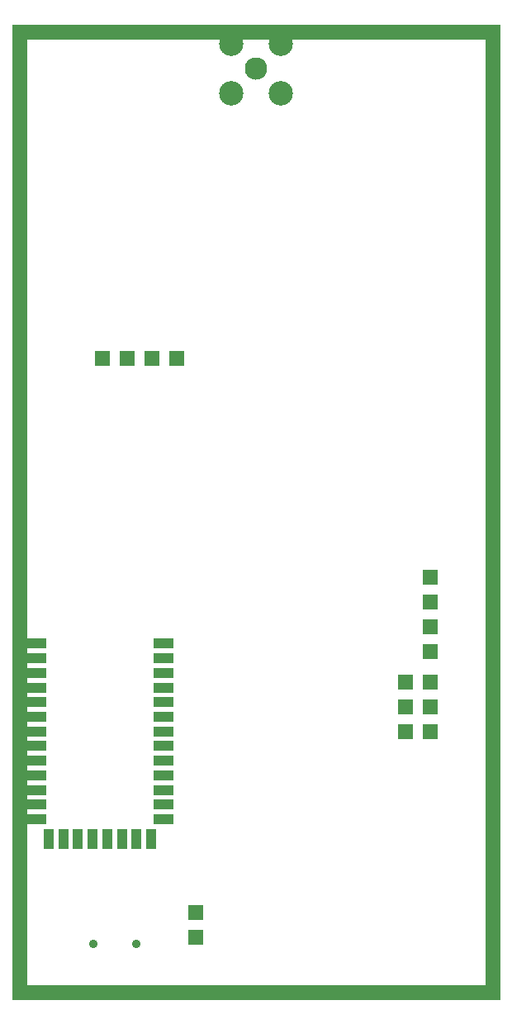
<source format=gbr>
G04 #@! TF.GenerationSoftware,KiCad,Pcbnew,(5.1.5)-3*
G04 #@! TF.CreationDate,2020-05-20T20:16:18+02:00*
G04 #@! TF.ProjectId,SAR-APRS,5341522d-4150-4525-932e-6b696361645f,rev?*
G04 #@! TF.SameCoordinates,Original*
G04 #@! TF.FileFunction,Soldermask,Bot*
G04 #@! TF.FilePolarity,Negative*
%FSLAX46Y46*%
G04 Gerber Fmt 4.6, Leading zero omitted, Abs format (unit mm)*
G04 Created by KiCad (PCBNEW (5.1.5)-3) date 2020-05-20 20:16:18*
%MOMM*%
%LPD*%
G04 APERTURE LIST*
%ADD10R,2.000000X1.000000*%
%ADD11R,1.000000X2.000000*%
%ADD12C,0.900000*%
%ADD13R,1.524000X1.524000*%
%ADD14C,2.300000*%
%ADD15C,2.500000*%
%ADD16C,0.025400*%
G04 APERTURE END LIST*
D10*
X115500000Y-113500000D03*
X115500000Y-115000000D03*
X115500000Y-116500000D03*
X115500000Y-118000000D03*
X115500000Y-119500000D03*
X115500000Y-121000000D03*
X115500000Y-122500000D03*
X115500000Y-124000000D03*
X115500000Y-125500000D03*
X115500000Y-127000000D03*
X115500000Y-128500000D03*
X115500000Y-130000000D03*
X115500000Y-131500000D03*
D11*
X114250000Y-133500000D03*
X112750000Y-133500000D03*
X111250000Y-133500000D03*
X109750000Y-133500000D03*
X108250000Y-133500000D03*
X106750000Y-133500000D03*
X105250000Y-133500000D03*
X103750000Y-133500000D03*
D10*
X102500000Y-131500000D03*
X102500000Y-130000000D03*
X102500000Y-128500000D03*
X102500000Y-127000000D03*
X102500000Y-125500000D03*
X102500000Y-124000000D03*
X102500000Y-122500000D03*
X102500000Y-121000000D03*
X102500000Y-119500000D03*
X102500000Y-118000000D03*
X102500000Y-116500000D03*
X102500000Y-115000000D03*
X102500000Y-113500000D03*
D12*
X112700000Y-144300000D03*
X108300000Y-144300000D03*
D13*
X109290000Y-84300000D03*
X111830000Y-84300000D03*
X114370000Y-84300000D03*
X116910000Y-84300000D03*
X140330000Y-117460000D03*
X142870000Y-117460000D03*
X140330000Y-120000000D03*
X142870000Y-120000000D03*
X140330000Y-122540000D03*
X142870000Y-122540000D03*
X142900000Y-114310000D03*
X142900000Y-111770000D03*
X142900000Y-109230000D03*
X142900000Y-106690000D03*
X118800000Y-143570000D03*
X118800000Y-141030000D03*
D14*
X125000000Y-54500000D03*
D15*
X122460000Y-57040000D03*
X127540000Y-57040000D03*
X127540000Y-51960000D03*
X122460000Y-51960000D03*
D16*
G36*
X149987300Y-149987300D02*
G01*
X100012700Y-149987300D01*
X100012700Y-51500000D01*
X101487300Y-51500000D01*
X101487300Y-148500000D01*
X101487544Y-148502478D01*
X101488267Y-148504860D01*
X101489440Y-148507056D01*
X101491020Y-148508980D01*
X101492944Y-148510560D01*
X101495140Y-148511733D01*
X101497522Y-148512456D01*
X101500000Y-148512700D01*
X148500000Y-148512700D01*
X148502478Y-148512456D01*
X148504860Y-148511733D01*
X148507056Y-148510560D01*
X148508980Y-148508980D01*
X148510560Y-148507056D01*
X148511733Y-148504860D01*
X148512456Y-148502478D01*
X148512700Y-148500000D01*
X148512700Y-51500000D01*
X148512456Y-51497522D01*
X148511733Y-51495140D01*
X148510560Y-51492944D01*
X148508980Y-51491020D01*
X148507056Y-51489440D01*
X148504860Y-51488267D01*
X148502478Y-51487544D01*
X148500000Y-51487300D01*
X101500000Y-51487300D01*
X101497522Y-51487544D01*
X101495140Y-51488267D01*
X101492944Y-51489440D01*
X101491020Y-51491020D01*
X101489440Y-51492944D01*
X101488267Y-51495140D01*
X101487544Y-51497522D01*
X101487300Y-51500000D01*
X100012700Y-51500000D01*
X100012700Y-50012700D01*
X149987300Y-50012700D01*
X149987300Y-149987300D01*
G37*
X149987300Y-149987300D02*
X100012700Y-149987300D01*
X100012700Y-51500000D01*
X101487300Y-51500000D01*
X101487300Y-148500000D01*
X101487544Y-148502478D01*
X101488267Y-148504860D01*
X101489440Y-148507056D01*
X101491020Y-148508980D01*
X101492944Y-148510560D01*
X101495140Y-148511733D01*
X101497522Y-148512456D01*
X101500000Y-148512700D01*
X148500000Y-148512700D01*
X148502478Y-148512456D01*
X148504860Y-148511733D01*
X148507056Y-148510560D01*
X148508980Y-148508980D01*
X148510560Y-148507056D01*
X148511733Y-148504860D01*
X148512456Y-148502478D01*
X148512700Y-148500000D01*
X148512700Y-51500000D01*
X148512456Y-51497522D01*
X148511733Y-51495140D01*
X148510560Y-51492944D01*
X148508980Y-51491020D01*
X148507056Y-51489440D01*
X148504860Y-51488267D01*
X148502478Y-51487544D01*
X148500000Y-51487300D01*
X101500000Y-51487300D01*
X101497522Y-51487544D01*
X101495140Y-51488267D01*
X101492944Y-51489440D01*
X101491020Y-51491020D01*
X101489440Y-51492944D01*
X101488267Y-51495140D01*
X101487544Y-51497522D01*
X101487300Y-51500000D01*
X100012700Y-51500000D01*
X100012700Y-50012700D01*
X149987300Y-50012700D01*
X149987300Y-149987300D01*
M02*

</source>
